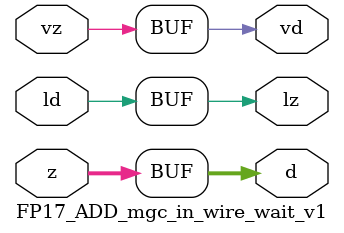
<source format=v>
module FP17_ADD_mgc_in_wire_wait_v1 (ld, vd, d, lz, vz, z);
  parameter integer rscid = 1;
  parameter integer width = 8;
  input ld;
  output vd;
  output [width-1:0] d;
  output lz;
  input vz;
  input [width-1:0] z;
  wire vd;
  wire [width-1:0] d;
  wire lz;
  assign d = z;
  assign lz = ld;
  assign vd = vz;
endmodule
</source>
